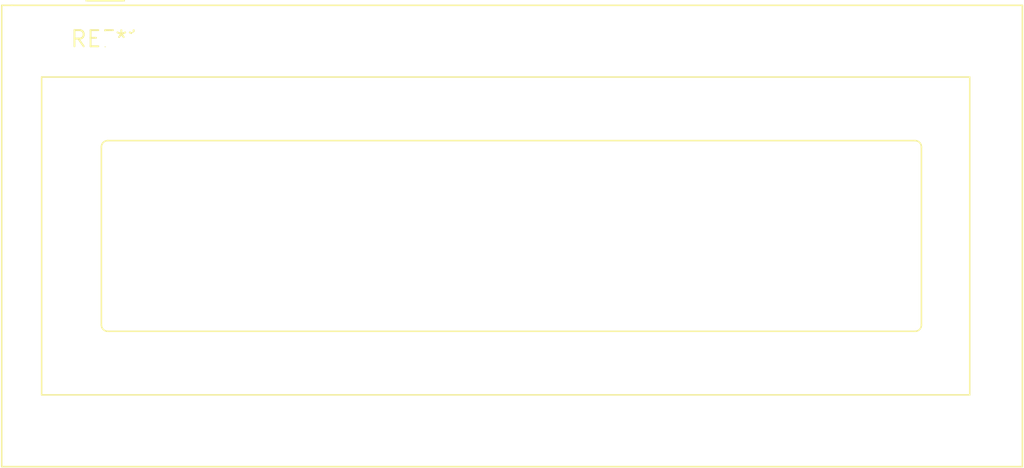
<source format=kicad_pcb>
(kicad_pcb (version 20240108) (generator pcbnew)
  (layers (0 "F.Cu" signal) (31 "B.Cu" signal) (34 "B.Paste" user) (35 "F.Paste" user) (36 "B.SilkS" user "B.Silkscreen") (37 "F.SilkS" user "F.Silkscreen") (38 "B.Mask" user) (39 "F.Mask" user) (44 "Edge.Cuts" user))
  (net 0 "")
  (footprint "WC1602A" (layer "F.Cu") (at 0 0)
    (property "Reference" "REF**")
    (property "Value" "WC1602A")
    (fp_line (start -8.14 -2.64) (end -8.14 33.64) (layer "F.SilkS") (stroke (width 0.12)))
    (fp_line (start -8.14 33.64) (end 72.14 33.64) (layer "F.SilkS") (stroke (width 0.12)))
    (fp_line (start -8.13 -2.64) (end -7.34 -2.64) (layer "F.SilkS") (stroke (width 0.12)))
    (fp_line (start -5 3) (end 68 3) (layer "F.SilkS") (stroke (width 0.12)))
    (fp_line (start -5 28) (end -5 3) (layer "F.SilkS") (stroke (width 0.12)))
    (fp_line (start -1.5 -3) (end 1.5 -3) (layer "F.SilkS") (stroke (width 0.12)))
    (fp_line (start -0.29972 22.49932) (end -0.29972 8.5) (layer "F.SilkS") (stroke (width 0.12)))
    (fp_line (start 0.2 8) (end 63.7 8) (layer "F.SilkS") (stroke (width 0.12)))
    (fp_line (start 63.70066 23) (end 0.2 23) (layer "F.SilkS") (stroke (width 0.12)))
    (fp_line (start 64.2 8.5) (end 64.2 22.5) (layer "F.SilkS") (stroke (width 0.12)))
    (fp_line (start 68 3) (end 68 28) (layer "F.SilkS") (stroke (width 0.12)))
    (fp_line (start 68 28) (end -5 28) (layer "F.SilkS") (stroke (width 0.12)))
    (fp_line (start 72.14 -2.64) (end -7.34 -2.64) (layer "F.SilkS") (stroke (width 0.12)))
    (fp_line (start 72.14 33.64) (end 72.14 -2.64) (layer "F.SilkS") (stroke (width 0.12)))
    (fp_arc (start -0.29972 8.49884) (mid -0.153162 8.145018) (end 0.20066 7.99846) (layer "F.SilkS") (stroke (width 0.12)))
    (fp_arc (start 0.20066 22.9997) (mid -0.153162 22.853142) (end -0.29972 22.49932) (layer "F.SilkS") (stroke (width 0.12)))
    (fp_arc (start 63.7 8) (mid 64.053553 8.146447) (end 64.2 8.5) (layer "F.SilkS") (stroke (width 0.12)))
    (fp_arc (start 64.20104 22.49932) (mid 64.054482 22.853142) (end 63.70066 22.9997) (layer "F.SilkS") (stroke (width 0.12)))
    (pad "" thru_hole circle (at -5.4991 0) (size 3 3) (drill 2.5) (layers *.Cu *.Mask) (remove_unused_layers))
    (pad "" thru_hole circle (at -5.4991 31.0007) (size 3 3) (drill 2.5) (layers *.Cu *.Mask) (remove_unused_layers))
    (pad "" thru_hole circle (at 69.49948 31.0007) (size 3 3) (drill 2.5) (layers *.Cu *.Mask) (remove_unused_layers))
    (pad "" thru_hole circle (at 69.5 0) (size 3 3) (drill 2.5) (layers *.Cu *.Mask) (remove_unused_layers))
    (pad "1" thru_hole rect (at 0 0) (size 1.8 2.6) (drill 1.2) (layers *.Cu *.Mask) (remove_unused_layers))
    (pad "2" thru_hole oval (at 2.54 0) (size 1.8 2.6) (drill 1.2) (layers *.Cu *.Mask) (remove_unused_layers))
    (pad "3" thru_hole oval (at 5.08 0) (size 1.8 2.6) (drill 1.2) (layers *.Cu *.Mask) (remove_unused_layers))
    (pad "4" thru_hole oval (at 7.62 0) (size 1.8 2.6) (drill 1.2) (layers *.Cu *.Mask) (remove_unused_layers))
    (pad "5" thru_hole oval (at 10.16 0) (size 1.8 2.6) (drill 1.2) (layers *.Cu *.Mask) (remove_unused_layers))
    (pad "6" thru_hole oval (at 12.7 0) (size 1.8 2.6) (drill 1.2) (layers *.Cu *.Mask) (remove_unused_layers))
    (pad "7" thru_hole oval (at 15.24 0) (size 1.8 2.6) (drill 1.2) (layers *.Cu *.Mask) (remove_unused_layers))
    (pad "8" thru_hole oval (at 17.78 0) (size 1.8 2.6) (drill 1.2) (layers *.Cu *.Mask) (remove_unused_layers))
    (pad "9" thru_hole oval (at 20.32 0) (size 1.8 2.6) (drill 1.2) (layers *.Cu *.Mask) (remove_unused_layers))
    (pad "10" thru_hole oval (at 22.86 0) (size 1.8 2.6) (drill 1.2) (layers *.Cu *.Mask) (remove_unused_layers))
    (pad "11" thru_hole oval (at 25.4 0) (size 1.8 2.6) (drill 1.2) (layers *.Cu *.Mask) (remove_unused_layers))
    (pad "12" thru_hole oval (at 27.94 0) (size 1.8 2.6) (drill 1.2) (layers *.Cu *.Mask) (remove_unused_layers))
    (pad "13" thru_hole oval (at 30.48 0) (size 1.8 2.6) (drill 1.2) (layers *.Cu *.Mask) (remove_unused_layers))
    (pad "14" thru_hole oval (at 33.02 0) (size 1.8 2.6) (drill 1.2) (layers *.Cu *.Mask) (remove_unused_layers))
    (pad "15" thru_hole oval (at 35.56 0) (size 1.8 2.6) (drill 1.2) (layers *.Cu *.Mask) (remove_unused_layers))
    (pad "16" thru_hole oval (at 38.1 0) (size 1.8 2.6) (drill 1.2) (layers *.Cu *.Mask) (remove_unused_layers))
  )
)
</source>
